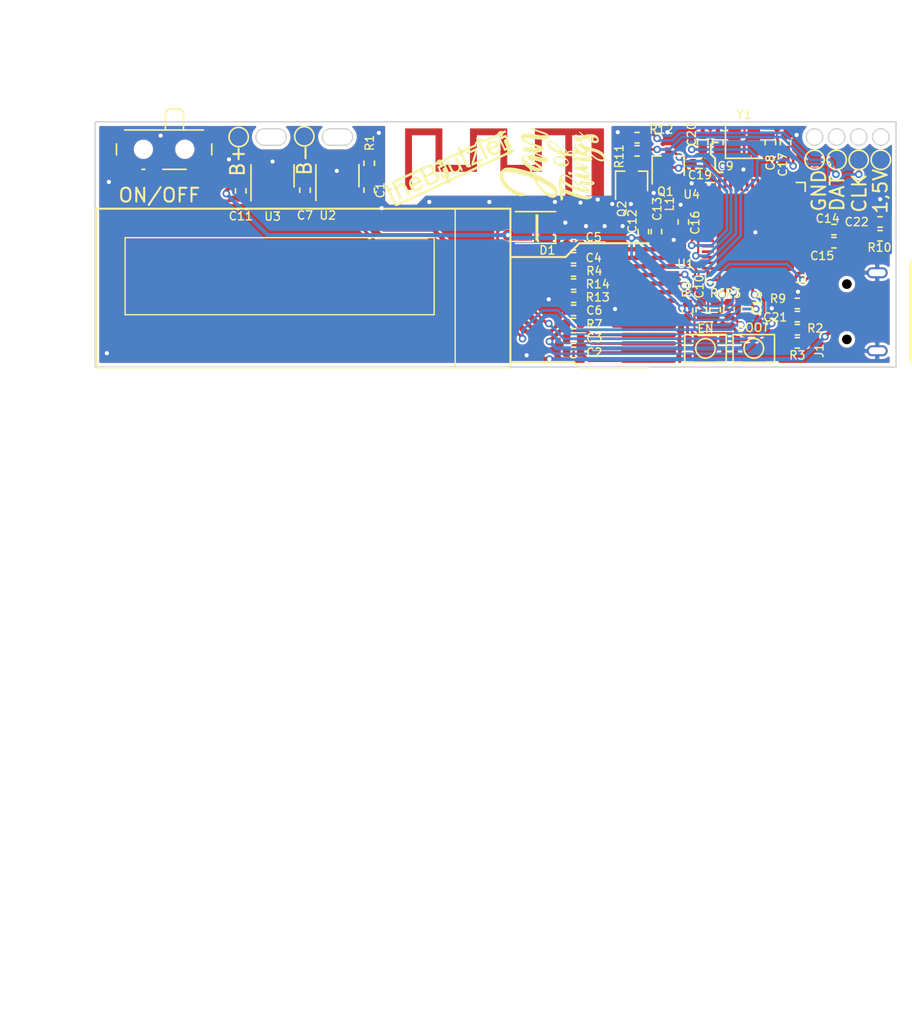
<source format=kicad_pcb>
(kicad_pcb (version 20221018) (generator pcbnew)
  (layers (0 "F.Cu" signal) (31 "B.Cu" signal) (34 "B.Paste" user) (35 "F.Paste" user) (36 "B.SilkS" user "B.Silkscreen") (37 "F.SilkS" user "F.Silkscreen") (38 "B.Mask" user) (39 "F.Mask" user) (44 "Edge.Cuts" user))
  (net 0 "")
  (net 1 "GND")
  (net 2 "Net-(AE1-A)")
  (net 3 "/EN")
  (net 4 "+3V3")
  (net 5 "VDD3P3")
  (net 6 "/IO15")
  (net 7 "/D-")
  (net 8 "/D+")
  (net 9 "/IO2")
  (net 10 "/IO4")
  (net 11 "/IO0")
  (net 12 "/SCL")
  (net 13 "/SDA")
  (net 15 "Net-(U1-C2N)")
  (net 16 "Net-(U1-C2P)")
  (net 17 "Net-(U1-C1N)")
  (net 18 "Net-(U1-C1P)")
  (net 19 "Net-(U1-VCOMH)")
  (net 20 "Net-(U1-VCC)")
  (net 21 "Net-(U1-VDD)")
  (net 22 "Net-(J5-Pin_1)")
  (net 23 "unconnected-(D1-DOUT-Pad1)")
  (net 24 "Net-(Q1-B)")
  (net 25 "Net-(Q2-B)")
  (net 26 "Net-(U1-IREF)")
  (net 27 "/VCC_DISPL")
  (net 28 "Net-(J2-Pin_1)")
  (net 30 "/VBAT")
  (net 31 "/VUSB")
  (net 32 "Net-(J1-D-)")
  (net 33 "Net-(J1-D+)")
  (net 35 "/GPIO9")
  (net 36 "Net-(U4-XTAL_N)")
  (net 37 "Net-(U4-XTAL_P)")
  (net 38 "Net-(U4-VDD_SPI)")
  (net 39 "Net-(C21-Pad1)")
  (net 40 "Net-(J7-Pin_1)")
  (net 41 "Net-(J4-Pin_1)")
  (net 42 "Net-(U4-GPIO21)")
  (footprint "Resistor_SMD:R_0402_1005Metric" (layer "F.Cu") (at 146.7125 78.125)
    (fp_text reference "R14")
    (fp_text value "5K1")
  )
  (footprint "TestPoint:TestPoint_Pad_D1.0mm" (layer "F.Cu") (at 167.3625 69.125)
    (fp_text reference "J4" hide)
    (fp_text value "Conn_01x01")
  )
  (footprint "Resistor_SMD:R_0402_1005Metric" (layer "F.Cu") (at 151.3125 68.475 180)
    (fp_text reference "R11")
    (fp_text value "390K")
  )
  (footprint "TestPoint:TestPoint_Pad_D1.0mm" (layer "F.Cu") (at 127.2125 67.425)
    (fp_text reference "J3" hide)
    (fp_text value "Conn_01x01")
  )
  (footprint "TestPoint:TestPoint_Pad_D1.0mm" (layer "F.Cu") (at 165.7625 69.125)
    (fp_text reference "J5" hide)
    (fp_text value "Conn_01x01")
  )
  (footprint "Resistor_SMD:R_0402_1005Metric" (layer "F.Cu") (at 146.7125 75.275)
    (fp_text reference "C5")
    (fp_text value "1µ")
  )
  (footprint "Resistor_SMD:R_0402_1005Metric" (layer "F.Cu") (at 131.9125 69.375 -90)
    (fp_text reference "R1")
    (fp_text value "390K")
  )
  (footprint "Package_TO_SOT_SMD:TSOT-23-5" (layer "F.Cu") (at 129.6125 70.275 90)
    (fp_text reference "U2")
    (fp_text value "AP7383-41W5-7 TPS70939DBVR")
  )
  (footprint "Resistor_SMD:R_0402_1005Metric" (layer "F.Cu") (at 168.9025 74.625 180)
    (fp_text reference "R10")
    (fp_text value "5K1")
  )
  (footprint "Resistor_SMD:R_0402_1005Metric" (layer "F.Cu") (at 168.902501 73.625)
    (fp_text reference "C22")
    (fp_text value "1µ")
  )
  (footprint "Resistor_SMD:R_0402_1005Metric" (layer "F.Cu") (at 162.9125 80.475 180)
    (fp_text reference "C21")
    (fp_text value "1µ")
  )
  (footprint "Inductor_SMD:L_0402_1005Metric" (layer "F.Cu") (at 153.7125 73.625 90)
    (fp_text reference "L1")
    (fp_text value "2n2")
  )
  (footprint "TestPoint:TestPoint_Pad_D1.0mm" (layer "F.Cu") (at 168.9625 69.125)
    (fp_text reference "J7" hide)
    (fp_text value "Conn_01x01")
  )
  (footprint "Resistor_SMD:R_0402_1005Metric" (layer "F.Cu") (at 165.5625 75.125 180)
    (fp_text reference "C15")
    (fp_text value "100n")
  )
  (footprint "TheBrutzlers_Lib:10118194" (layer "F.Cu") (at 168.7 80.125 90)
    (fp_text reference "J1")
    (fp_text value "USB_B_Micro")
  )
  (footprint "Package_TO_SOT_SMD:SOT-323_SC-70" (layer "F.Cu") (at 153.5625 69.575 90)
    (fp_text reference "Q1")
    (fp_text value "BC817W")
  )
  (footprint "Package_TO_SOT_SMD:SOT-323_SC-70" (layer "F.Cu") (at 150.9125 70.675 90)
    (fp_text reference "Q2")
    (fp_text value "BC817W")
  )
  (footprint "Resistor_SMD:R_0402_1005Metric" (layer "F.Cu") (at 131.9125 71.325 90)
    (fp_text reference "C1")
    (fp_text value "10µ")
  )
  (footprint "Resistor_SMD:R_0402_1005Metric" (layer "F.Cu") (at 162.0625 67.875 -90)
    (fp_text reference "C17")
    (fp_text value "100n")
  )
  (footprint "Resistor_SMD:R_0402_1005Metric" (layer "F.Cu") (at 162.9125 79.525)
    (fp_text reference "R9")
    (fp_text value "5K1")
  )
  (footprint "Resistor_SMD:R_0402_1005Metric" (layer "F.Cu") (at 152.7125 74.325 -90)
    (fp_text reference "C13")
    (fp_text value "100n")
  )
  (footprint "Resistor_SMD:R_0402_1005Metric" (layer "F.Cu") (at 146.7125 77.175 180)
    (fp_text reference "R4")
    (fp_text value "390K")
  )
  (footprint "TestPoint:TestPoint_Pad_D1.0mm" (layer "F.Cu") (at 164.1625 69.125)
    (fp_text reference "J6" hide)
    (fp_text value "Conn_01x01")
  )
  (footprint "TheBrutzlers_Lib:SSD1306_OLED-0.91-128x32" (layer "F.Cu") (at 112.1375 72.6625)
    (fp_text reference "U1")
    (fp_text value "SSD1306")
  )
  (footprint "Package_DFN_QFN:QFN-56-1EP_7x7mm_P0.4mm_EP5.6x5.6mm" (layer "F.Cu") (at 159.875 74.375)
    (fp_text reference "U4")
    (fp_text value "ESP32-S3")
  )
  (footprint "Resistor_SMD:R_0402_1005Metric" (layer "F.Cu") (at 151.7625 74.325 -90)
    (fp_text reference "C12")
    (fp_text value "1µ")
  )
  (footprint "Resistor_SMD:R_0402_1005Metric" (layer "F.Cu") (at 154.9625 80.025 -90)
    (fp_text reference "R8")
    (fp_text value "5K1")
  )
  (footprint "Resistor_SMD:R_0402_1005Metric" (layer "F.Cu") (at 156.0625 67.865001 -90)
    (fp_text reference "C20")
    (fp_text value "1µ")
  )
  (footprint "Resistor_SMD:R_0402_1005Metric" (layer "F.Cu") (at 159.2625 79.934999 90)
    (fp_text reference "C18")
    (fp_text value "100n")
  )
  (footprint "Button_Switch_SMD:SW_SPDT_PCM12" (layer "F.Cu") (at 117.0625 68.695 180)
    (fp_text reference "SW1" hide)
    (fp_text value "SW_DIP_x01")
  )
  (footprint "Resistor_SMD:R_0402_1005Metric" (layer "F.Cu") (at 146.7125 80.975)
    (fp_text reference "R7")
    (fp_text value "22")
  )
  (footprint "TheBrutzlers_Lib:microswitch" (layer "F.Cu") (at 156.2625 82.775 180)
    (fp_text reference "SW2" hide)
    (fp_text value "SW_Push")
  )
  (footprint "Resistor_SMD:R_0402_1005Metric" (layer "F.Cu") (at 160.9625 67.874999 -90)
    (fp_text reference "C8")
    (fp_text value "15p")
  )
  (footprint "Resistor_SMD:R_0402_1005Metric" (layer "F.Cu") (at 146.7125 76.225)
    (fp_text reference "C4")
    (fp_text value "1µ")
  )
  (footprint "Resistor_SMD:R_0402_1005Metric" (layer "F.Cu") (at 146.722499 79.075)
    (fp_text reference "R13")
    (fp_text value "5K1")
  )
  (footprint "RF_Antenna:Texas_SWRA117D_2.4GHz_Left" (layer "F.Cu") (at 146.3625 72)
    (fp_text reference "AE1" hide)
    (fp_text value "Antenna_Shield")
  )
  (footprint "TheBrutzlers_Lib:thebrutzler_10mm_mod" (layer "F.Cu") (at 137.698261 69.645364 25)
    (fp_text reference "G***" hide)
    (fp_text value "LOGO" hide)
  )
  (footprint "Resistor_SMD:R_0402_1005Metric" (layer "F.Cu") (at 154.6625 73.625 90)
    (fp_text reference "C16")
    (fp_text value "100n")
  )
  (footprint "Resistor_SMD:R_0402_1005Metric" (layer "F.Cu") (at 157.9625 79.975 90)
    (fp_text reference "R5")
    (fp_text value "390K")
  )
  (footprint "Resistor_SMD:R_0402_1005Metric" (layer "F.Cu") (at 165.5625 74.175 180)
    (fp_text reference "C14")
    (fp_text value "1µ")
  )
  (footprint "Resistor_SMD:R_0402_1005Metric" (layer "F.Cu") (at 155.9625 79.975 -90)
    (fp_text reference "C10")
    (fp_text value "1µ")
  )
  (footprint "Crystal:Crystal_SMD_2016-4Pin_2.0x1.6mm" (layer "F.Cu") (at 159.0625 67.865)
    (fp_text reference "Y1")
    (fp_text value "40MHz")
  )
  (footprint "TheBrutzlers_Lib:LED_Cree-PLCC4_2x2mm_CCW" (layer "F.Cu") (at 143.9625 74.025 180)
    (fp_text reference "D1")
    (fp_text value "WS2812B_Geaendertes_Symbol")
  )
  (footprint "Resistor_SMD:R_0402_1005Metric" (layer "F.Cu") (at 146.7125 82.025)
    (fp_text reference "C3")
    (fp_text value "10µ")
  )
  (footprint "Resistor_SMD:R_0402_1005Metric" (layer "F.Cu") (at 127.2625 71.325 -90)
    (fp_text reference "C7")
    (fp_text value "10µ")
  )
  (footprint "Resistor_SMD:R_0402_1005Metric" (layer "F.Cu") (at 146.7125 80.025)
    (fp_text reference "C6")
    (fp_text value "1µ")
  )
  (footprint "TestPoint:TestPoint_Pad_D1.0mm" (layer "F.Cu") (at 122.4625 67.475)
    (fp_text reference "J2" hide)
    (fp_text value "Conn_01x01")
  )
  (footprint "Resistor_SMD:R_0402_1005Metric" (layer "F.Cu") (at 157.1625 67.865001 90)
    (fp_text reference "C9")
    (fp_text value "15p")
  )
  (footprint "Resistor_SMD:R_0402_1005Metric" (layer "F.Cu") (at 122.6125 71.375 -90)
    (fp_text reference "C11")
    (fp_text value "10µ")
  )
  (footprint "TheBrutzlers_Lib:microswitch" (layer "F.Cu") (at 159.7625 82.775 180)
    (fp_text reference "SW3" hide)
    (fp_text value "SW_Push")
  )
  (footprint "Resistor_SMD:R_0402_1005Metric" (layer "F.Cu") (at 162.9125 82.375)
    (fp_text reference "R3")
    (fp_text value "22")
  )
  (footprint "Resistor_SMD:R_0402_1005Metric" (layer "F.Cu") (at 156.9625 79.975 -90)
    (fp_text reference "R6")
    (fp_text value "390K")
  )
  (footprint "Package_TO_SOT_SMD:TSOT-23-5" (layer "F.Cu") (at 124.9125 70.2875 90)
    (fp_text reference "U3")
    (fp_text value "LN1134A332MR")
  )
  (footprint "Resistor_SMD:R_0402_1005Metric" (layer "F.Cu") (at 146.7125 83.065001)
    (fp_text reference "C2")
    (fp_text value "10µ")
  )
  (footprint "Resistor_SMD:R_0402_1005Metric" (layer "F.Cu") (at 155.8625 69.375)
    (fp_text reference "C19")
    (fp_text value "100n")
  )
  (footprint "Resistor_SMD:R_0402_1005Metric" (layer "F.Cu") (at 162.9125 81.425)
    (fp_text reference "R2")
    (fp_text value "22")
  )
  (footprint "Resistor_SMD:R_0402_1005Metric" (layer "F.Cu") (at 151.3125 67.525)
    (fp_text reference "R12")
    (fp_text value "390K")
  )
  (footprint "TheBrutzlers_Lib:jan_klein" (layer "F.Cu") (at 144.9125 69.575 90)
    (fp_text reference "G***" hide)
    (fp_text value "LOGO" hide)
  )
  (gr_line (start 156.816141 67.865001) (end 157.1625 67.865001) (stroke (width 0.15)) (layer "F.SilkS"))
  (gr_line (start 156.9625 69.775) (end 156.9625 69.025) (stroke (width 0.15)) (layer "F.SilkS"))
  (gr_line (start 156.6625 68.725) (end 156.6625 68.018642) (stroke (width 0.15)) (layer "F.SilkS"))
  (gr_line (start 156.6625 68.018642) (end 156.816141 67.865001) (stroke (width 0.15)) (layer "F.SilkS"))
  (gr_line (start 156.964516 69.027016) (end 156.660483 68.722983) (stroke (width 0.15)) (layer "F.SilkS"))
  (gr_line (start 157.5125 70.025) (end 157.2125 70.025) (stroke (width 0.15)) (layer "F.SilkS"))
  (gr_line (start 157.2125 70.025) (end 156.9625 69.775) (stroke (width 0.15)) (layer "F.SilkS"))
  (gr_line (start 170.0625 66.375) (end 112.0625 66.375) (stroke (width 0.1)) (layer "Edge.Cuts"))
  (gr_circle (center 167.3625 67.475) (end 167.3625 68.075) (stroke (width 0.1)) (fill none) (layer "Edge.Cuts"))
  (gr_circle (center 168.9625 67.475) (end 168.9625 68.075) (stroke (width 0.1)) (fill none) (layer "Edge.Cuts"))
  (gr_circle (center 164.1625 67.475) (end 164.1625 68.075) (stroke (width 0.1)) (fill none) (layer "Edge.Cuts"))
  (gr_arc (start 125.3125 66.875) (mid 125.9125 67.475) (end 125.3125 68.075) (stroke (width 0.1)) (layer "Edge.Cuts"))
  (gr_line (start 112.0625 84.125) (end 170.0625 84.125) (stroke (width 0.1)) (layer "Edge.Cuts"))
  (gr_line (start 129.1125 66.875) (end 130.1125 66.875) (stroke (width 0.1)) (layer "Edge.Cuts"))
  (gr_arc (start 129.1125 68.075) (mid 128.5125 67.475) (end 129.1125 66.875) (stroke (width 0.1)) (layer "Edge.Cuts"))
  (gr_arc (start 130.1125 66.875) (mid 130.7125 67.475) (end 130.1125 68.075) (stroke (width 0.1)) (layer "Edge.Cuts"))
  (gr_circle (center 165.7625 67.475) (end 165.7625 68.075) (stroke (width 0.1)) (fill none) (layer "Edge.Cuts"))
  (gr_line (start 170.0625 84.125) (end 170.0625 66.375) (stroke (width 0.1)) (layer "Edge.Cuts"))
  (gr_line (start 129.1125 68.075) (end 130.1125 68.075) (stroke (width 0.1)) (layer "Edge.Cuts"))
  (gr_arc (start 124.3125 68.075) (mid 123.7125 67.475) (end 124.3125 66.875) (stroke (width 0.1)) (layer "Edge.Cuts"))
  (gr_line (start 124.3125 66.875) (end 125.3125 66.875) (stroke (width 0.1)) (layer "Edge.Cuts"))
  (gr_line (start 112.0625 66.375) (end 112.0625 84.125) (stroke (width 0.1)) (layer "Edge.Cuts"))
  (gr_line (start 124.3125 68.075) (end 125.3125 68.075) (stroke (width 0.1)) (layer "Edge.Cuts"))
  (gr_text "B-" (at 127.8125 70.35 90) (layer "F.SilkS") (effects (font (size 1 1)) (justify left bottom)))
  (gr_text "CLK" (at 167.9875 73.05 90) (layer "F.SilkS") (effects (font (size 1 1)) (justify left bottom)))
  (gr_text "1,5V" (at 169.5125 73.125 90) (layer "F.SilkS") (effects (font (size 1 1)) (justify left bottom)))
  (gr_text "GND" (at 165.0625 72.975 90) (layer "F.SilkS") (effects (font (size 1 1)) (justify left bottom)))
  (gr_text "BOOT" (at 158.4625 81.625) (layer "F.SilkS") (effects (font (size 0.6 0.6) (thickness 0.1) bold) (justify left bottom)))
  (gr_text "~{EN}" (at 155.6125 81.7) (layer "F.SilkS") (effects (font (size 0.6 0.6) (thickness 0.1) bold) (justify left bottom)))
  (gr_text "B+" (at 122.9625 70.425 90) (layer "F.SilkS") (effects (font (size 1 1)) (justify left bottom)))
  (gr_text "ON/OFF" (at 113.6625 72.275) (layer "F.SilkS") (effects (font (size 1 1)) (justify left bottom)))
  (gr_text "DAT" (at 166.3875 72.95 90) (layer "F.SilkS") (effects (font (size 1 1)) (justify left bottom)))
  (segment (start 149.73 79.9425) (end 152.1375 79.9425) (width 0.2) (layer "F.Cu") (net 1))
  (segment (start 157.1625 67.355001) (end 158.322499 67.355001) (width 0.55) (layer "F.Cu") (net 1))
  (segment (start 156.9625 80.485) (end 157.0025 80.485) (width 0.2) (layer "F.Cu") (net 1))
  (segment (start 157.0025 80.485) (end 157.5125 79.975) (width 0.2) (layer "F.Cu") (net 1))
  (segment (start 158.9725 66.765) (end 158.4225 67.315) (width 0.1) (layer "F.Cu") (net 1))
  (segment (start 154.6625 74.135) (end 154.6625 74.225) (width 0.2) (layer "F.Cu") (net 1))
  (segment (start 154.6625 74.225) (end 153.9625 74.925) (width 0.2) (layer "F.Cu") (net 1))
  (segment (start 161.4325 67.914999) (end 161.4325 67.111948) (width 0.1) (layer "F.Cu") (net 1))
  (segment (start 162.4025 80.475) (end 162.8625 80.475) (width 0.2) (layer "F.Cu") (net 1))
  (segment (start 160.9625 68.384999) (end 161.4325 67.914999) (width 0.1) (layer "F.Cu") (net 1))
  (segment (start 162.9125 80.475) (end 162.9125 80.925) (width 0.2) (layer "F.Cu") (net 1))
  (segment (start 160.9625 68.384999) (end 159.792501 68.384999) (width 0.55) (layer "F.Cu") (net 1))
  (segment (start 162.4025 80.475) (end 162.9125 80.475) (width 0.2) (layer "F.Cu") (net 1))
  (segment (start 158.4225 67.315) (end 158.3625 67.315) (width 0.1) (layer "F.Cu") (net 1))
  (segment (start 158.322499 67.355001) (end 158.3625 67.315) (width 0.2) (layer "F.Cu") (net 1))
  (segment (start 161.085552 66.765) (end 158.9725 66.765) (width 0.1) (layer "F.Cu") (net 1))
  (segment (start 149.7125 79.925) (end 149.73 79.9425) (width 0.2) (layer "F.Cu") (net 1))
  (segment (start 162.8625 80.475) (end 162.9525 80.385) (width 0.2) (layer "F.Cu") (net 1))
  (segment (start 159.792501 68.384999) (end 159.7625 68.415) (width 0.2) (layer "F.Cu") (net 1))
  (segment (start 161.4325 67.111948) (end 161.085552 66.765) (width 0.1) (layer "F.Cu") (net 1))
  (segment (start 162.9525 78.685) (end 162.9625 78.675) (width 0.2) (layer "F.Cu") (net 1))
  (segment (start 162.9525 80.385) (end 162.9525 78.685) (width 0.2) (layer "F.Cu") (net 1))
  (via (at 157.5125 69.575) (size 0.55) (drill 0.3) (layers "F.Cu" "B.Cu") (net 1))
  (via (at 112.9125 83.125) (size 0.55) (drill 0.3) (layers "F.Cu" "B.Cu") (net 1))
  (via (at 144.9125 79.225) (size 0.55) (drill 0.3) (layers "F.Cu" "B.Cu") (net 1))
  (via (at 156.5125 70.875) (size 0.55) (drill 0.3) (layers "F.Cu" "B.Cu") (net 1))
  (via (at 129.5625 69.925) (size 0.55) (drill 0.3) (layers "F.Cu" "B.Cu") (net 1))
  (via (at 149.9125 67.125) (size 0.55) (drill 0.3) (layers "F.Cu" "B.Cu") (net 1))
  (via (at 162.9625 78.675) (size 0.55) (drill 0.3) (layers "F.Cu" "B.Cu") (net 1))
  (via (at 132.6125 67.175) (size 0.55) (drill 0.3) (layers "F.Cu" "B.Cu") (net 1))
  (via (at 149.5125 72.325) (size 0.55) (drill 0.3) (layers "F.Cu" "B.Cu") (net 1))
  (via (at 161.0625 79.875) (size 0.55) (drill 0.3) (layers "F.Cu" "B.Cu") (net 1))
  (via (at 148.9625 73.925) (size 0.55) (drill 0.3) (layers "F.Cu" "B.Cu") (net 1))
  (via (at 147.6125 73.925) (size 0.55) (drill 0.3) (layers "F.Cu" "B.Cu") (net 1))
  (via (at 155.2625 70.825) (size 0.55) (drill 0.3) (layers "F.Cu" "B.Cu") (net 1))
  (via (at 154.4625 72.375) (size 0.55) (drill 0.3) (layers "F.Cu" "B.Cu") (net 1))
  (via (at 124.9125 69.25) (size 0.55) (drill 0.3) (layers "F.Cu" "B.Cu") (net 1))
  (via (at 121.7625 69.1) (size 0.55) (drill 0.3) (layers "F.Cu" "B.Cu") (net 1))
  (via (at 145.3625 72.175) (size 0.55) (drill 0.3) (layers "F.Cu" "B.Cu") (net 1))
  (via (at 150.2625 73.925) (size 0.55) (drill 0.3) (layers "F.Cu" "B.Cu") (net 1))
  (via (at 159.875 74.375) (size 0.55) (drill 0.3) (layers "F.Cu" "B.Cu") (net 1))
  (via (at 168.9125 71.975) (size 0.55) (drill 0.3) (layers "F.Cu" "B.Cu") (net 1))
  (via (at 146.1125 73.675) (size 0.55) (drill 0.3) (layers "F.Cu" "B.Cu") (net 1))
  (via (at 153.9625 74.925) (size 0.55) (drill 0.3) (layers "F.Cu" "B.Cu") (net 1))
  (via (at 150.8625 72.325) (size 0.55) (drill 0.3) (layers "F.Cu" "B.Cu") (net 1))
  (via (at 153.5125 67.125) (size 0.55) (drill 0.3) (layers "F.Cu" "B.Cu") (net 1))
  (via (at 149.7125 79.925) (size 0.55) (drill 0.3) (layers "F.Cu" "B.Cu") (net 1))
  (via (at 159.0125 69.825) (size 0.55) (drill 0.3) (layers "F.Cu" "B.Cu") (net 1))
  (via (at 136.2625 72.175) (size 0.55) (drill 0.3) (layers "F.Cu" "B.Cu") (net 1))
  (via (at 116.8125 67.375) (size 0.55) (drill 0.3) (layers "F.Cu" "B.Cu") (net 1))
  (via (at 162.8625 67.325) (size 0.55) (drill 0.3) (layers "F.Cu" "B.Cu") (net 1))
  (via (at 140.6125 72.175) (size 0.55) (drill 0.3) (layers "F.Cu" "B.Cu") (net 1))
  (via (at 143.3125 83.275) (size 0.55) (drill 0.3) (layers "F.Cu" "B.Cu") (net 1))
  (via (at 152.5125 71.525) (size 0.55) (drill 0.3) (layers "F.Cu" "B.Cu") (net 1))
  (via (at 147.2125 72.225) (size 0.55) (drill 0.3) (layers "F.Cu" "B.Cu") (net 1))
  (via (at 113.0625 70.725) (size 0.55) (drill 0.3) (layers "F.Cu" "B.Cu") (net 1))
  (via (at 132.8125 72.625) (size 0.55) (drill 0.3) (layers "F.Cu" "B.Cu") (net 1))
  (segment (start 156.5832 71.5043) (end 156.747844 71.668944) (width 0.16) (layer "F.Cu") (net 2))
  (segment (start 156.4332 71.4543) (end 156.46249 71.4543) (width 0.1) (layer "F.Cu") (net 2))
  (segment (start 154.016044 71.625) (end 156.4625 71.625) (width 0.5) (layer "F.Cu") (net 2))
  (segment (start 147.166053 73.125) (end 151.312462 73.125) (width 0.5) (layer "F.Cu") (net 2))
  (segment (start 156.4375 71.775) (end 156.174632 71.775) (width 0.1) (layer "F.Cu") (net 2))
  (segment (start 152.59283 72.59467) (end 153.241796 71.945704) (width 0.5) (layer "F.Cu") (net 2))
  (segment (start 146.3625 72) (end 146.3625 72.392158) (width 0.5) (layer "F.Cu") (net 2))
  (arc (start 151.312462 73.125) (mid 152.005393 72.98717) (end 152.59283 72.59467) (width 0.5) (layer "F.Cu") (net 2))
  (arc (start 153.241796 71.945704) (mid 153.597023 71.708349) (end 154.016044 71.625) (width 0.5) (layer "F.Cu") (net 2))
  (arc (start 156.46249 71.4543) (mid 156.527817 71.467295) (end 156.5832 71.5043) (width 0.16) (layer "F.Cu") (net 2))
  (arc (start 146.3625 72.392158) (mid 146.414478 72.653471) (end 146.5625 72.875) (width 0.5) (layer "F.Cu") (net 2))
  (arc (start 146.5625 72.875) (mid 146.839413 73.060027) (end 147.166053 73.125) (width 0.5) (layer "F.Cu") (net 2))
  (arc (start 156.747844 71.668944) (mid 156.774011 71.708105) (end 156.7832 71.7543) (width 0.16) (layer "F.Cu") (net 2))
  (segment (start 154.5375 76.375306) (end 154.5375 75.018406) (width 0.15) (layer "F.Cu") (net 3))
  (segment (start 155.2125 78.675) (end 155.4125 78.475) (width 0.2) (layer "F.Cu") (net 3))
  (segment (start 155.2625 73.794302) (end 156.081802 72.975) (width 0.15) (layer "F.Cu") (net 3))
  (segment (start 155.286262 79.985) (end 155.806262 79.465) (width 0.2) (layer "F.Cu") (net 3))
  (segment (start 154.885 78.7525) (end 154.9625 78.675) (width 0.2) (layer "F.Cu") (net 3))
  (segment (start 155.806262 79.465) (end 155.9625 79.465) (width 0.2) (layer "F.Cu") (net 3))
  (segment (start 155.5125 78.375) (end 155.5125 77.350306) (width 0.15) (layer "F.Cu") (net 3))
  (segment (start 156.081802 72.975) (end 156.4375 72.975) (width 0.15) (layer "F.Cu") (net 3))
  (segment (start 155.1125 82.125) (end 155.1125 82.175) (width 0.2) (layer "F.Cu") (net 3))
  (segment (start 155.2625 74.293406) (end 155.2625 73.794302) (width 0.15) (layer "F.Cu") (net 3))
  (segment (start 152.1875 78.7525) (end 154.885 78.7525) (width 0.2) (layer "F.Cu") (net 3))
  (segment (start 154.5375 75.018406) (end 155.2625 74.293406) (width 0.15) (layer "F.Cu") (net 3))
  (segment (start 154.9625 80.535) (end 154.9625 80.275) (width 0.2) (layer "F.Cu") (net 3))
  (segment (start 155.4125 78.609923) (end 155.927577 79.125) (width 0.2) (layer "F.Cu") (net 3))
  (segment (start 154.9625 80.535) (end 154.9625 82.025) (width 0.2) (layer "F.Cu") (net 3))
  (segment (start 155.9625 79.125) (end 155.9625 79.465) (width 0.2) (layer "F.Cu") (net 3))
  (segment (start 154.9625 82.025) (end 155.1125 82.175) (width 0.2) (layer "F.Cu") (net 3))
  (segment (start 154.9625 78.675) (end 155.2125 78.675) (width 0.2) (layer "F.Cu") (net 3))
  (segment (start 155.4125 78.475) (end 155.5125 78.375) (width 0.15) (layer "F.Cu") (net 3))
  (segment (start 155.5125 77.350306) (end 154.5375 76.375306) (width 0.15) (layer "F.Cu") (net 3))
  (segment (start 155.927577 79.125) (end 155.9625 79.125) (width 0.2) (layer "F.Cu") (net 3))
  (segment (start 154.9625 80.275) (end 155.2525 79.985) (width 0.2) (layer "F.Cu") (net 3))
  (segment (start 155.2525 79.985) (end 155.286262 79.985) (width 0.2) (layer "F.Cu") (net 3))
  (segment (start 155.4125 78.475) (end 155.4125 78.609923) (width 0.2) (layer "F.Cu") (net 3))
  (segment (start 161.275 69.1725) (end 162.0625 68.385) (width 0.2) (layer "F.Cu") (net 4))
  (segment (start 122.6125 69.825) (end 123.2875 69.15) (width 0.3) (layer "F.Cu") (net 4))
  (segment (start 162.1225 68.385) (end 162.0625 68.385) (width 0.2) (layer "F.Cu") (net 4))
  (segment (start 153.7125 74.11) (end 153.3875 74.11) (width 0.2) (layer "F.Cu") (net 4))
  (segment (start 159.412499 79.424999) (end 159.9125 79.925) (width 0.2) (layer "F.Cu") (net 4))
  (segment (start 156.0625 68.375001) (end 155.262501 68.375001) (width 0.2) (layer "F.Cu") (net 4))
  (segment (start 162.6125 68.875) (end 162.1225 68.385) (width 0.2) (layer "F.Cu") (net 4))
  (segment (start 123.2875 69.15) (end 123.9625 69.15) (width 0.3) (layer "F.Cu") (net 4))
  (segment (start 152.7125 74.785) (end 151.7625 74.785) (width 0.2) (layer "F.Cu") (net 4))
  (segment (start 122.6125 70.865) (end 122.6125 69.825) (width 0.3) (layer "F.Cu") (net 4))
  (segment (start 121.5625 71.575) (end 121.5625 71.375) (width 0.3) (layer "F.Cu") (net 4))
  (segment (start 157.275 70.9375) (end 157.275 70.2775) (width 0.2) (layer "F.Cu") (net 4))
  (segment (start 151.7625 74.785) (end 150.9225 74.785) (width 0.2) (layer "F.Cu") (net 4))
  (segment (start 156.0625 68.375001) (end 156.0625 69.065) (width 0.2) (layer "F.Cu") (net 4))
  (segment (start 157.675 70.9375) (end 157.675 70.3375) (width 0.2) (layer "F.Cu") (net 4))
  (segment (start 154.9625 79.515) (end 154.9225 79.515) (width 0.2) (layer "F.Cu") (net 4))
  (segment (start 161.275 70.9375) (end 161.275 69.1725) (width 0.2) (layer "F.Cu") (net 4))
  (segment (start 155.262501 68.375001) (end 155.2625 68.375) (width 0.2) (layer "F.Cu") (net 4))
  (segment (start 159.275 77.8125) (end 159.275 79.412499) (width 0.2) (layer "F.Cu") (net 4))
  (segment (start 159.275 79.412499) (end 159.2625 79.424999) (width 0.2) (layer "F.Cu") (net 4))
  (segment (start 143.2125 74.575) (end 141.9625 74.575) (width 0.8) (layer "F.Cu") (net 4))
  (segment (start 122.0725 70.865) (end 122.6125 70.865) (width 0.3) (layer "F.Cu") (net 4))
  (segment (start 157.1225 70.125) (end 156.3725 69.375) (width 0.2) (layer "F.Cu") (net 4))
  (segment (start 150.9225 74.785) (end 150.9125 74.775) (width 0.2) (layer "F.Cu") (net 4))
  (segment (start 157.675 70.3375) (end 157.6125 70.275) (width 0.2) (layer "F.Cu") (net 4))
  (segment (start 157.2725 70.275) (end 157.1225 70.125) (width 0.2) (layer "F.Cu") (net 4))
  (segment (start 121.5625 71.375) (end 122.0725 70.865) (width 0.3) (layer "F.Cu") (net 4))
  (segment (start 153.3875 74.11) (end 152.7125 74.785) (width 0.2) (layer "F.Cu") (net 4))
  (segment (start 162.6125 69.575) (end 162.6125 68.875) (width 0.2) (layer "F.Cu") (net 4))
  (segment (start 154.9225 79.515) (end 154.5625 79.875) (width 0.2) (layer "F.Cu") (net 4))
  (segment (start 157.275 70.2775) (end 157.1225 70.125) (width 0.2) (layer "F.Cu") (net 4))
  (segment (start 156.0625 69.065) (end 156.3725 69.375) (width 0.2) (layer "F.Cu") (net 4))
  (segment (start 159.2625 79.424999) (end 159.412499 79.424999) (width 0.2) (layer "F.Cu") (net 4))
  (segment (start 157.6125 70.275) (end 157.2725 70.275) (width 0.2) (layer "F.Cu") (net 4))
  (via (at 150.9125 74.775) (size 0.55) (drill 0.3) (layers "F.Cu" "B.Cu") (net 4))
  (via (at 159.9125 79.925) (size 0.55) (drill 0.3) (layers "F.Cu" "B.Cu") (net 4))
  (via (at 155.2625 68.375) (size 0.55) (drill 0.3) (layers "F.Cu" "B.Cu") (net 4))
  (via (at 121.5625 71.575) (size 0.55) (drill 0.3) (layers "F.Cu" "B.Cu") (net 4))
  (via (at 162.6125 69.575) (size 0.55) (drill 0.3) (layers "F.Cu" "B.Cu") (net 4))
  (via (at 141.9625 74.575) (size 0.55) (drill 0.3) (layers "F.Cu" "B.Cu") (net 4))
  (via (at 154.5625 79.875) (size 0.55) (drill 0.3) (layers "F.Cu" "B.Cu") (net 4))
  (segment (start 162.1625 69.125) (end 160.0125 69.125) (width 0.2) (layer "B.Cu") (net 4))
  (segment (start 158.6625 79.925) (end 157.8625 80.725) (width 0.2) (layer "B.Cu") (net 4))
  (segment (start 153.5125 76.925) (end 155.0625 76.925) (width 0.2) (layer "B.Cu") (net 4))
  (segment (start 142.1625 74.775) (end 141.9625 74.575) (width 0.3) (layer "B.Cu") (net 4))
  (segment (start 154.5625 79.875) (end 150.9125 76.225) (width 0.2) (layer "B.Cu") (net 4))
  (segment (start 155.4125 80.725) (end 154.5625 79.875) (width 0.2) (layer "B.Cu") (net 4))
  (segment (start 160.0125 68.975) (end 160.0125 69.125) (width 0.2) (layer "B.Cu") (net 4))
  (segment (start 155.0625 76.925) (end 155.3625 77.225) (width 0.2) (layer "B.Cu") (net 4))
  (segment (start 124.5625 74.575) (end 121.5625 71.575) (width 0.3) (layer "B.Cu") (net 4))
  (segment (start 150.9125 76.225) (end 150.9125 74.775) (width 0.2) (layer "B.Cu") (net 4))
  (segment (start 159.4125 68.375) (end 160.0125 68.975) (width 0.2) (layer "B.Cu") (net 4))
  (segment (start 162.6125 69.575) (end 162.1625 69.125) (width 0.2) (layer "B.Cu") (net 4))
  (segment (start 158.8125 71.625) (end 160.0125 70.425) (width 0.2) (layer "B.Cu") (net 4))
  (segment (start 159.9125 79.925) (end 158.6625 79.925) (width 0.2) (layer "B.Cu") (net 4))
  (segment (start 141.9625 74.575) (end 124.5625 74.575) (width 0.3) (layer "B.Cu") (net 4))
  (segment (start 155.2625 68.375) (end 159.4125 68.375) (width 0.2) (layer "B.Cu") (net 4))
  (segment (start 156.2125 77.225) (end 158.8125 74.625) (width 0.2) (layer "B.Cu") (net 4))
  (segment (start 150.9125 74.775) (end 151.3625 74.775) (width 0.2) (layer "B.Cu") (net 4))
  (segment (start 160.0125 70.425) (end 160.0125 69.125) (width 0.2) (layer "B.Cu") (net 4))
  (segment (start 150.9125 74.775) (end 142.1625 74.775) (width 0.3) (layer "B.Cu") (net 4))
  (segment (start 151.3625 74.775) (end 153.5125 76.925) (width 0.2) (layer "B.Cu") (net 4))
  (segment (start 157.8625 80.725) (end 155.4125 80.725) (width 0.2) (layer "B.Cu") (net 4))
  (segment (start 158.8125 74.625) (end 158.8125 71.625) (width 0.2) (layer "B.Cu") (net 4))
  (segment (start 155.3625 77.225) (end 156.2125 77.225) (width 0.2) (layer "B.Cu") (net 4))
  (segment (start 156.4375 72.175) (end 155.6025 72.175) (width 0.2) (layer "F.Cu") (net 5))
  (segment (start 156.4375 72.575) (end 155.5125 72.575) (width 0.2) (layer "F.Cu") (net 5))
  (segment (start 155.6025 72.175) (end 154.6625 73.115) (width 0.2) (layer "F.Cu") (net 5))
  (segment (start 155.5125 72.575) (end 155.3575 72.42) (width 0.2) (layer "F.Cu") (net 5))
  (segment (start 153.7375 73.115) (end 153.7125 73.14) (width 0.2) (layer "F.Cu") (net 5))
  (segment (start 154.6625 73.115) (end 153.7375 73.115) (width 0.2) (layer "F.Cu") (net 5))
  (segment (start 141.2125 74.325) (end 142.0625 73.475) (width 0.2) (layer "F.Cu") (net 6))
  (segment (start 142.0625 73.475) (end 143.2125 73.475) (width 0.8) (layer "F.Cu") (net 6))
  (segment (start 144.7625 80.975) (end 141.2125 77.425) (width 0.2) (layer "F.Cu") (net 6))
  (segment (start 159.675 77.8125) (end 159.675 78.7375) (width 0.2) (layer "F.Cu") (net 6))
  (segment (start 144.9125 80.975) (end 144.7625 80.975) (width 0.2) (layer "F.Cu") (net 6))
  (segment (start 159.675 78.7375) (end 159.8125 78.875) (width 0.2) (layer "F.Cu") (net 6))
  (segment (start 141.2125 77.425) (end 141.2125 74.325) (width 0.2) (layer "F.Cu") (net 6))
  (via (at 159.8125 78.875) (size 0.55) (drill 0.3) (layers "F.Cu" "B.Cu") (net 6))
  (via (at 144.9125 80.975) (size 0.55) (drill 0.3) (layers "F.Cu" "B.Cu") (net 6))
  (segment (start 146.0125 82.075) (end 159.1125 82.075) (width 0.2) (layer "B.Cu") (net 6))
  (segment (start 144.9125 80.975) (end 146.0125 82.075) (width 0.2) (layer "B.Cu") (net 6))
  (segment (start 160.4125 79.475) (end 159.8125 78.875) (width 0.2) (layer "B.Cu") (net 6))
  (segment (start 160.4125 80.375) (end 160.4125 79.475) (width 0.2) (layer "B.Cu") (net 6))
  (segment (start 159.1125 82.075) (end 159.9125 81.275) (width 0.2) (layer "B.Cu") (net 6))
  (segment (start 159.9125 81.275) (end 159.9125 80.875) (width 0.2) (layer "B.Cu") (net 6))
  (segment (start 159.9125 80.875) (end 160.4125 80.375) (width 0.2) (layer "B.Cu") (net 6))
  (segment (start 161.275 79.246028) (end 161.6325 79.603528) (width 0.2) (layer "F.Cu") (net 7))
  (segment (start 161.9325 81.379264) (end 161.9325 81.748762) (width 0.2) (layer "F.Cu") (net 7))
  (segment (start 161.6325 81.079264) (end 161.9325 81.379264) (width 0.2) (layer "F.Cu") (net 7))
  (segment (start 162.4025 82.165) (end 162.4025 82.375) (width 0.2) (layer "F.Cu") (net 7))
  (segment (start 161.9325 81.748762) (end 162.128738 81.945) (width 0.2) (layer "F.Cu") (net 7))
  (segment (start 162.1825 81.945) (end 162.4025 82.165) (width 0.2) (layer "F.Cu") (net 7))
  (segment (start 162.128738 81.945) (end 162.1825 81.945) (width 0.2) (layer "F.Cu") (net 7))
  (segment (start 161.6325 79.603528) (end 161.6325 81.079264) (width 0.2) (layer "F.Cu") (net 7))
  (segment (start 161.275 77.8125) (end 161.275 79.246028) (width 0.2) (layer "F.Cu") (net 7))
  (segment (start 161.675 79.221764) (end 161.9325 79.479264) (width 0.2) (layer "F.Cu") (net 8))
  (segment (start 161.9325 80.955) (end 162.4025 81.425) (width 0.2) (layer "F.Cu") (net 8))
  (segment (start 161.675 77.8125) (end 161.675 79.221764) (width 0.2) (layer "F.Cu") (net 8))
  (segment (start 161.9325 79.479264) (end 161.9325 80.955) (width 0.2) (layer "F.Cu") (net 8))
  (segment (start 155.2625 75.325) (end 155.2625 75.000514) (width 0.15) (layer "F.Cu") (net 9))
  (segment (start 155.7625 74.500514) (end 155.7625 74.225) (width 0.15) (layer "F.Cu") (net 9))
  (segment (start 155.2625 75.000514) (end 155.7625 74.500514) (width 0.15) (layer "F.Cu") (net 9))
  (segment (start 155.7625 74.225) (end 155.8125 74.175) (width 0.15) (layer "F.Cu") (net 9))
  (segment (start 150.9125 69.675) (end 154.2625 69.675) (width 0.2) (layer "F.Cu") (net 9))
  (segment (start 154.2625 69.675) (end 154.3125 69.725) (width 0.2) (layer "F.Cu") (net 9))
  (segment (start 155.8125 74.175) (end 156.4375 74.175) (width 0.15) (layer "F.Cu") (net 9))
  (via (at 155.2625 75.325) (size 0.55) (drill 0.3) (layers "F.Cu" "B.Cu") (net 9))
  (via (at 154.3125 69.725) (size 0.55) (drill 0.3) (layers "F.Cu" "B.Cu") (net 9))
  (segment (start 157.8125 71.399264) (end 155.988236 69.575) (width 0.2) (layer "B.Cu") (net 9))
  (segment (start 155.2625 75.325) (end 156.7125 75.325) (width 0.2) (layer "B.Cu") (net 9))
  (segment (start 156.7125 75.325) (end 157.8125 74.225) (width 0.2) (layer "B.Cu") (net 9))
  (segment (start 154.4625 69.575) (end 154.3125 69.725) (width 0.2) (layer "B.Cu") (net 9))
  (segment (start 157.8125 74.225) (end 157.8125 71.399264) (width 0.2) (layer "B.Cu") (net 9))
  (segment (start 155.988236 69.575) (end 154.4625 69.575) (width 0.2) (layer "B.Cu") (net 9))
  (segment (start 153.5625 68.575) (end 154.0125 68.575) (width 0.2) (layer "F.Cu") (net 10))
  (segment (start 155.7375 75.821752) (end 155.7375 75.1) (width 0.15) (layer "F.Cu") (net 10))
  (segment (start 154.0125 68.575) (end 154.3625 68.925) (width 0.2) (layer "F.Cu") (net 10))
  (segment (start 155.7375 75.1) (end 155.8625 74.975) (width 0.15) (layer "F.Cu") (net 10))
  (segment (start 155.5625 76.075) (end 155.5625 75.996752) (width 0.15) (layer "F.Cu") (net 10))
  (segment (start 155.8625 74.975) (end 156.4375 74.975) (width 0.15) (layer "F.Cu") (net 10))
  (segment (start 155.5625 75.996752) (end 155.7375 75.821752) (width 0.15) (layer "F.Cu") (net 10))
  (via (at 154.3625 68.925) (size 0.55) (drill 0.3) (layers "F.Cu" "B.Cu") (net 10))
  (via (at 155.5625 76.075) (size 0.55) (drill 0.3) (layers "F.Cu" "B.Cu") (net 10))
  (segment (start 155.5625 76.075) (end 156.386764 76.075) (width 0.2) (layer "B.Cu") (net 10))
  (segment (start 156.0625 69.225) (end 154.6625 69.225) (width 0.2) (layer "B.Cu") (net 10))
  (segment (start 156.386764 76.075) (end 158.1125 74.349264) (width 0.2) (layer "B.Cu") (net 10))
  (segment (start 158.1125 71.275) (end 156.0625 69.225) (width 0.2) (layer "B.Cu") (net 10))
  (segment (start 154.6625 69.225) (end 154.3625 68.925) (width 0.2) (layer "B.Cu") (net 10))
  (segment (start 158.1125 74.349264) (end 158.1125 71.275) (width 0.2) (layer "B.Cu") (net 10))
  (segment (start 161.2625 82.175) (end 158.6625 82.175) (width 0.2) (layer "F.Cu") (net 11))
  (segment (start 156.4625 79.853406) (end 156.275906 80.04) (width 0.15) (layer "F.Cu") (net 11))
  (segment (start 155.5125 74.39696) (end 154.7875 75.12196) (width 0.15) (layer "F.Cu") (net 11))
  (segment (start 155.8125 81.675) (end 158.1625 81.675) (width 0.15) (layer "F.Cu") (net 11))
  (segment (start 155.4625 81.325) (end 155.8125 81.675) (width 0.15) (layer "F.Cu") (net 11))
  (segment (start 155.7625 77.246752) (end 155.7625 78.571015) (width 0.15) (layer "F.Cu") (net 11))
  (segment (start 155.6475 80.04) (end 155.4625 80.225) (width 0.15) (layer "F.Cu") (net 11))
  (segment (start 155.4625 80.225) (end 155.4625 81.325) (width 0.15) (layer "F.Cu") (net 11))
  (segment (start 156.275906 80.04) (end 155.6475 80.04) (width 0.15) (layer "F.Cu") (net 11))
  (segment (start 156.4375 73.375) (end 156.081802 73.375) (width 0.15) (layer "F.Cu") (net 11))
  (segment (start 155.5125 73.944302) (end 155.5125 74.39696) (width 0.15) (layer "F.Cu") (net 11))
  (segment (start 156.081802 73.375) (end 155.5125 73.944302) (width 0.15) (layer "F.Cu") (net 11))
  (segment (start 154.7875 75.12196) (end 154.7875 76.271752) (width 0.15) (layer "F.Cu") (net 11))
  (segment (start 154.7875 76.271752) (end 155.7625 77.246752) (width 0.15) (layer "F.Cu") (net 11))
  (segment (start 158.1625 81.675) (end 158.6625 82.175) (width 0.15) (layer "F.Cu") (net 11))
  (segment (start 155.7625 78.571015) (end 156.041485 78.85) (width 0.15) (layer "F.Cu") (net 11))
  (segment (start 156.4625 78.975) (end 156.4625 79.853406) (width 0.15) (layer "F.Cu") (net 11))
  (segment (start 156.3375 78.85) (end 156.4625 78.975) (width 0.15) (layer "F.Cu") (net 11))
  (segment (start 156.041485 78.85) (end 156.3375 78.85) (width 0.15) (layer "F.Cu") (net 11))
  (segment (start 148.2625 79.075) (end 147.232499 79.075) (width 0.2) (layer "F.Cu") (net 12))
  (segment (start 149.255 78.0825) (end 148.2625 79.075) (width 0.2) (layer "F.Cu") (net 12))
  (segment (start 152.1875 78.1325) (end 152.1375 78.0825) (width 0.2) (layer "F.Cu") (net 12))
  (segment (start 158.075 78.5375) (end 158.075 77.8125) (width 0.2) (layer "F.Cu") (net 12))
  (segment (start 152.1375 78.0825) (end 154.57 78.0825) (width 0.2) (layer "F.Cu") (net 12))
  (segment (start 158.2625 78.725) (end 158.075 78.5375) (width 0.2) (layer "F.Cu") (net 12))
  (segment (start 154.57 78.0825) (end 154.7125 78.225) (width 0.2) (layer "F.Cu") (net 12))
  (segment (start 152.1375 78.0825) (end 149.255 78.0825) (width 0.2) (layer "F.Cu") (net 12))
  (via (at 154.7125 78.225) (size 0.55) (drill 0.3) (layers "F.Cu" "B.Cu") (net 12))
  (via (at 158.2625 78.725) (size 0.55) (drill 0.3) (layers "F.Cu" "B.Cu") (net 12))
  (segment (start 154.7125 78.225) (end 154.7125 78.549264) (width 0.2) (layer "B.Cu") (net 12))
  (segment (start 157.5625 80.025) (end 158.2625 79.325) (width 0.2) (layer "B.Cu") (net 12))
  (segment (start 154.7125 78.549264) (end 156.188236 80.025) (width 0.2) (layer "B.Cu") (net 12))
  (segment (start 158.2625 79.325) (end 158.2625 78.725) (width 0.2) (layer "B.Cu") (net 12))
  (segment (start 156.188236 80.025) (end 157.5625 80.025) (width 0.2) (layer "B.Cu") (net 12))
  (segment (start 149.025 77.4625) (end 152.1375 77.4625) (width 0.2) (layer "F.Cu") (net 13))
  (segment (start 148.7375 77.75) (end 148.3625 78.125) (width 0.2) (layer "F.Cu") (net 13))
  (segment (start 148.7375 77.75) (end 149.025 77.4625) (width 0.2) (layer "F.Cu") (net 13))
  (segment (start 157.675 77.8125) (end 157.675 78.6625) (width 0.2) (layer "F.Cu") (net 13))
  (segment (start 154.7625 77.425) (end 154.725 77.4625) (width 0.2) (layer "F.Cu") (net 13))
  (segment (start 154.725 77.4625) (end 152.1375 77.4625) (width 0.2) (layer "F.Cu") (net 13))
  (segment (start 157.675 78.6625) (end 157.4625 78.875) (width 0.2) (layer "F.Cu") (net 13))
  (segment (start 148.3625 78.125) (end 147.2225 78.125) (width 0.2) (layer "F.Cu") (net 13))
  (via (at 157.4625 78.875) (size 0.55) (drill 0.3) (layers "F.Cu" "B.Cu") (net 13))
  (via (at 154.7625 77.425) (size 0.55) (drill 0.3) (layers "F.Cu" "B.Cu") (net 13))
  (segment (start 155.2125 78.625) (end 156.3125 79.725) (width 0.2) (layer "B.Cu") (net 13))
  (segment (start 154.7625 77.425) (end 155.2125 77.875) (width 0.2) (layer "B.Cu") (net 13))
  (segment (start 157.3125 79.725) (end 157.4625 79.575) (width 0.2) (layer "B.Cu") (net 13))
  (segment (start 156.3125 79.725) (end 157.3125 79.725) (width 0.2) (layer "B.Cu") (net 13))
  (segment (start 157.4625 79.575) (end 157.4625 78.875) (width 0.2) (layer "B.Cu") (net 13))
  (segment (start 155.2125 77.875) (end 155.2125 78.625) (width 0.2) (layer "B.Cu") (net 13))
  (segment (start 152.17 83.075) (end 152.1875 83.0925) (width 0.2) (layer "F.Cu") (net 15))
  (segment (start 147.496262 82.545001) (end 148.02626 83.075) (width 0.2) (layer "F.Cu") (net 15))
  (segment (start 148.02626 83.075) (end 152.17 83.075) (width 0.2) (layer "F.Cu") (net 15))
  (segment (start 146.2025 83.065001) (end 146.7225 82.545001) (width 0.2) (layer "F.Cu") (net 15))
  (segment (start 146.7225 82.545001) (end 147.496262 82.545001) (width 0.2) (layer "F.Cu") (net 15))
  (segment (start 147.2225 83.065001) (end 147.819999 83.6625) (width 0.2) (layer "F.Cu") (net 16))
  (segment (start 147.819999 83.6625) (end 152.1375 83.6625) (width 0.2) (layer "F.Cu") (net 16))
  (segment (start 152.1375 83.6625) (end 152.1875 83.7125) (width 0.2) (layer "F.Cu") (net 16))
  (segment (start 152.1875 81.8525) (end 152.1375 81.8025) (width 0.2) (layer "F.Cu") (net 17))
  (segment (start 152.1375 81.8025) (end 147.94 81.8025) (width 0.2) (layer "F.Cu") (net 17))
  (segment (start 147.6425 81.505) (end 146.7225 81.505) (width 0.2) (layer "F.Cu") (net 17))
  (segment (start 146.7225 81.505) (end 146.2025 82.025) (width 0.2) (layer "F.Cu") (net 17))
  (segment (start 147.94 81.8025) (end 147.6425 81.505) (width 0.2) (layer "F.Cu") (net 17))
  (segment (start 148.01 82.4225) (end 147.6125 82.025) (width 0.2) (layer "F.Cu") (net 18))
  (segment (start 152.1375 82.4225) (end 148.01 82.4225) (width 0.2) (layer "F.Cu") (net 18))
  (segment (start 152.1875 82.4725) (end 152.1375 82.4225) (width 0.2) (layer "F.Cu") (net 18))
  (segment (start 147.6125 82.025) (end 147.2225 82.025) (width 0.2) (layer "F.Cu") (net 18))
  (segment (start 149.765 76.225) (end 149.8125 76.2725) (width 0.2) (layer "F.Cu") (net 19))
  (segment (start 149.8125 76.2725) (end 152.1875 76.2725) (width 0.2) (layer "F.Cu") (net 19))
  (segment (start 147.2225 76.225) (end 149.765 76.225) (width 0.2) (layer "F.Cu") (net 19))
  (segment (start 149.24 75.6025) (end 148.9125 75.275) (width 0.2) (layer "F.Cu") (net 20))
  (segment (start 152.1375 75.6025) (end 149.24 75.6025) (width 0.2) (layer "F.Cu") (net 20))
  (segment (start 152.1875 75.6525) (end 152.1375 75.6025) (width 0.2) (layer "F.Cu") (net 20))
  (segment (start 148.9125 75.275) (end 147.2225 75.275) (width 0.2) (layer "F.Cu") (net 20))
  (segment (start 149.515 79.3225) (end 149.0625 79.775) (width 0.2) (layer "F.Cu") (net 21))
  (segment (start 149.0625 80.625) (end 149.0625 80.025) (width 0.2) (layer "F.Cu") (net 21))
  (segment (start 146.212499 79.075) (end 146.2725 79.075) (width 0.2) (layer "F.Cu") (net 21))
  (segment (start 146.2725 79.075) (end 147.2225 80.025) (width 0.2) (layer "F.Cu") (net 21))
  (segment (start 147.2225 80.025) (end 147.2225 80.975) (width 0.2) (layer "F.Cu") (net 21))
  (segment (start 149.62 81.1825) (end 149.0625 80.625) (width 0.2) (layer "F.Cu") (net 21))
  (segment (start 149.0625 79.775) (end 149.0625 80.025) (width 0.2) (layer "F.Cu") (net 21))
  (segment (start 146.2025 79.065001) (end 146.212499 79.075) (width 0.2) (layer "F.Cu") (net 21))
  (segment (start 152.1375 79.3225) (end 149.515 79.3225) (width 0.2) (layer "F.Cu") (net 21))
  (segment (start 146.2025 78.125) (end 146.2025 79.065001) (width 0.2) (layer "F.Cu") (net 21))
  (segment (start 149.0625 80.025) (end 148.4125 80.025) (width 0.2) (layer "F.Cu") (net 21))
  (segment (start 152.1375 81.1825) (end 149.62 81.1825) (width 0.2) (layer "F.Cu") (net 21))
  (segment (start 148.4125 80.025) (end 147.2225 80.025) (width 0.2) (layer "F.Cu") (net 21))
  (segment (start 165.7125 70.175) (end 165.7125 69.175) (width 0.2) (layer "F.Cu") (net 22))
  (segment (start 151.442499 66.885001) (end 150.8025 67.525) (width 0.2) (layer "F.Cu") (net 22))
  (segment (start 165.7125 69.175) (end 165.7625 69.125) (width 0.2) (layer "F.Cu") (net 22))
  (segment (start 152.7625 67.575) (end 152.072501 66.885001) (width 0.2) (layer "F.Cu") (net 22))
  (segment (start 152.072501 66.885001) (end 151.442499 66.885001) (width 0.2) (layer "F.Cu") (net 22))
  (via (at 165.7125 70.175) (size 0.55) (drill 0.3) (layers "F.Cu" "B.Cu") (net 22))
  (via (at 152.7625 67.575) (size 0.55) (drill 0.3) (layers "F.Cu" "B.Cu") (net 22))
  (segment (start 161.936764 67.175) (end 163.886764 69.125) (width 0.2) (layer "B.Cu") (net 22))
  (segment (start 165.4625 69.925) (end 165.7125 70.175) (width 0.2) (layer "B.Cu") (net 22))
  (segment (start 165.4625 69.300736) (end 165.4625 69.925) (width 0.2) (layer "B.Cu") (net 22))
  (segment (start 152.7625 67.575) (end 152.9125 67.725) (width 0.2) (layer "B.Cu") (net 22))
  (segment (start 163.886764 69.125) (end 165.286764 69.125) (width 0.2) (layer "B.Cu") (net 22))
  (segment (start 165.286764 69.125) (end 165.4625 69.300736) (width 0.2) (layer "B.Cu") (net 22))
  (segment (start 153.8625 67.725) (end 154.4125 67.175) (width 0.2) (layer "B.Cu") (net 22))
  (segment (start 152.9125 67.725) (end 153.8625 67.725) (width 0.2) (layer "B.Cu") (net 22))
  (segment (start 154.4125 67.175) (end 161.936764 67.175) (width 0.2) (layer "B.Cu") (net 22))
  (segment (start 144.7125 76.525) (end 144.7125 75.025) (width 1) (layer "F.Cu") (net 23))
  (segment (start 144.7125 74.575) (end 144.7125 76.525) (width 0.8) (layer "F.Cu") (net 23))
  (segment (start 150.8375 70.575) (end 152.9125 70.575) (width 0.2) (layer "F.Cu") (net 24))
  (segment (start 150.5875 69.075) (end 150.4875 69.175) (width 0.2) (layer "F.Cu") (net 24))
  (segment (start 151.3525 67.995) (end 151.3525 68.735) (width 0.2) (layer "F.Cu") (net 24))
  (segment (start 150.4875 69.175) (end 150.4875 70.225) (width 0.2) (layer "F.Cu") (net 24))
  (segment (start 151.3525 68.735) (end 151.0125 69.075) (width 0.2) (layer "F.Cu") (net 24))
  (segment (start 151.0125 69.075) (end 150.5875 69.075) (width 0.2) (layer "F.Cu") (net 24))
  (segment (start 150.4875 70.225) (end 150.8375 70.575) (width 0.2) (layer "F.Cu") (net 24))
  (segment (start 151.8225 67.525) (end 151.3525 67.995) (width 0.2) (layer "F.Cu") (net 24))
  (segment (start 150.4125 68.475) (end 150.1125 68.775) (width 0.2) (layer "F.Cu") (net 25))
  (segment (start 150.1125 71.525) (end 150.2625 71.675) (width 0.2) (layer "F.Cu") (net 25))
  (segment (start 150.1125 68.775) (end 150.1125 71.525) (width 0.2) (layer "F.Cu") (net 25))
  (segment (start 150.8025 68.475) (end 150.4125 68.475) (width 0.2) (layer "F.Cu") (net 25))
  (segment (start 148.4125 77.075) (end 147.3225 77.075) (width 0.2) (layer "F.Cu") (net 26))
  (segment (start 147.3225 77.075) (end 147.2225 77.175) (width 0.2) (layer "F.Cu") (net 26))
  (segment (start 152.1375 76.8425) (end 148.645 76.8425) (width 0.2) (layer "F.Cu") (net 26))
  (segment (start 148.645 76.8425) (end 148.4125 77.075) (width 0.2) (layer "F.Cu") (net 26))
  (segment (start 152.1875 76.8925) (end 152.1375 76.8425) (width 0.2) (layer "F.Cu") (net 26))
  (segment (start 160.4625 80.375) (end 160.4625 78.5875) (width 0.3) (layer "F.Cu") (net 27))
  (segment (start 160.4625 78.5875) (end 160.475 78.575) (width 0.3) (layer "F.Cu") (net 27))
  (segment (start 161.0625 80.975) (end 160.4625 80.375) (width 0.3) (layer "F.Cu") (net 27))
  (segment (start 146.2025 81.035) (end 144.9625 82.275) (width 0.3) (layer "F.Cu") (net 27))
  (segment (start 160.475 78.575) (end 160.475 77.8125) (width 0.2) (layer "F.Cu") (net 27))
  (segment (start 146.2025 80.975) (end 146.2025 81.035) (width 0.3) (layer "F.Cu") (net 27))
  (via (at 161.0625 80.975) (size 0.55) (drill 0.3) (layers "F.Cu" "B.Cu") (net 27))
  (via (at 144.9625 82.275) (size 0.55) (drill 0.3) (layers "F.Cu" "B.Cu") (net 27))
  (segment (start 161.0625 80.975) (end 159.2625 82.775) (width 0.3) (layer "B.Cu") (net 27))
  (segment (start 159.2625 82.775) (end 145.4625 82.775) (width 0.3) (layer "B.Cu") (net 27))
  (segment (start 145.4625 82.775) (end 144.9625 82.275) (width 0.3) (layer "B.Cu") (net 27))
  (segment (start 117.7125 68.012918) (end 118.300418 67.425) (width 0.3) (layer "F.Cu") (net 28))
  (segment (start 116.3125 69.875) (end 117.7125 68.475) (width 0.3) (layer "F.Cu") (net 28))
  (segment (start 116.3125 70.125) (end 116.3125 69.875) (width 0.3) (layer "F.Cu") (net 28))
  (segment (start 118.300418 67.425) (end 119.1625 67.425) (width 0.3) (layer "F.Cu") (net 28))
  (segment (start 119.1625 67.425) (end 120.0125 68.275) (width 0.3) (layer "F.Cu") (net 28))
  (segment (start 117.7125 68.475) (end 117.7125 68.012918) (width 0.3) (layer "F.Cu") (net 28))
  (segment (start 120.0125 68.275) (end 121.6625 68.275) (width 0.3) (layer "F.Cu") (net 28))
  (segment (start 121.6625 68.275) (end 122.4625 67.475) (width 0.3) (layer "F.Cu") (net 28))
  (segment (start 125.090685 72.475) (end 125.8625 71.703185) (width 0.3) (layer "F.Cu") (net 30))
  (segment (start 143.0125 82.075) (end 143.0125 82.025) (width 0.2) (layer "F.Cu") (net 30))
  (segment (start 130.6125 73.275) (end 125.8125 73.275) (width 0.2) (layer "F.Cu") (net 30))
  (segment (start 123.9625 72.375) (end 123.8625 72.475) (width 0.3) (layer "F.Cu") (net 30))
  (segment (start 143.0125 82.025) (end 136.0625 75.075) (width 0.2) (layer "F.Cu") (net 30))
  (segment (start 126.6525 71.425) (end 127.2625 70.815) (width 0.3) (layer "F.Cu") (net 30))
  (segment (start 125.8625 71.425) (end 126.6525 71.425) (width 0.3) (layer "F.Cu") (net 30))
  (segment (start 128.6625 69.1375) (end 128.6625 69.415) (width 0.3) (layer "F.Cu") (net 30))
  (segment (start 132.4125 75.075) (end 130.6125 73.275) (width 0.2) (layer "F.Cu") (net 30))
  (segment (start 123.8625 72.475) (end 125.090685 72.475) (width 0.3) (layer "F.Cu") (net 30))
  (segment (start 120.9125 72.475) (end 122.8625 72.475) (width 0.3) (layer "F.Cu") (net 30))
  (segment (start 125.8125 73.275) (end 125.0125 72.475) (width 0.2) (layer "F.Cu") (net 30))
  (segment (start 122.8625 72.475) (end 123.8625 72.475) (width 0.3) (layer "F.Cu") (net 30))
  (segment (start 128.6625 69.415) (end 127.2625 70.815) (width 0.3) (layer "F.Cu") (net 30))
  (segment (start 125.8625 71.703185) (end 125.8625 71.425) (width 0.3) (layer "F.Cu") (net 30))
  (segment (start 119.3125 70.875) (end 120.9125 72.475) (width 0.3) (layer "F.Cu") (net 30))
  (segment (start 158.8125 81.075) (end 158.2225 80.485) (width 0.2) (layer "F.Cu") (net 30))
  (segment (start 158.2225 80.485) (end 157.9625 80.485) (width 0.2) (layer "F.Cu") (net 30))
  (segment (start 136.0625 75.075) (end 132.4125 75.075) (width 0.2) (layer "F.Cu") (net 30))
  (segment (start 125.0125 72.475) (end 122.8625 72.475) (width 0.2) (layer "F.Cu") (net 30))
  (segment (start 123.9625 71.425) (end 123.9625 72.375) (width 0.3) (layer "F.Cu") (net 30))
  (segment (start 119.3125 70.125) (end 119.3125 70.875) (width 0.3) (layer "F.Cu") (net 30))
  (via (at 143.0125 82.075) (size 0.55) (drill 0.3) (layers "F.Cu" "B.Cu") (net 30))
  (via (at 158.8125 81.075) (size 0.55) (drill 0.3) (layers "F.Cu" "B.Cu") (net 30))
  (segment (start 146.9625 81.425) (end 145.5625 80.025) (width 0.2) (layer "B.Cu") (net 30))
  (segment (start 158.1125 81.425) (end 146.9625 81.425) (width 0.2) (layer "B.Cu") (net 30))
  (segment (start 143.0125 81.475) (end 143.0125 82.075) (width 0.2) (layer "B.Cu") (net 30))
  (segment (start 158.4625 81.075) (end 158.1125 81.425) (width 0.2) (layer "B.Cu") (net 30))
  (segment (start 144.4625 80.025) (end 143.0125 81.475) (width 0.2) (layer "B.Cu") (net 30))
  (segment (start 145.5625 80.025) (end 144.4625 80.025) (width 0.2) (layer "B.Cu") (net 30))
  (segment (start 158.8125 81.075) (end 158.4625 81.075) (width 0.2) (layer "B.Cu") (net 30))
  (segment (start 131.9125 71.835) (end 130.985 71.835) (width 0.3) (layer "F.Cu") (net 31))
  (segment (start 130.5625 71.4125) (end 130.5625 70.325) (width 0.2) (layer "F.Cu") (net 31))
  (segment (start 131.9125 68.975) (end 131.9125 68.865) (width 0.2) (layer "F.Cu") (net 31))
  (segment (start 130.3125 72.375) (end 130.5625 72.125) (width 0.3) (layer "F.Cu") (net 31))
  (segment (start 130.5625 72.125) (end 130.5625 71.4125) (width 0.3) (layer "F.Cu") (net 31))
  (segment (start 128.9625 72.375) (end 130.3125 72.375) (width 0.3) (layer "F.Cu") (net 31))
  (segment (start 131.9125 71.835) (end 131.9125 73.125) (width 0.3) (layer "F.Cu") (net 31))
  (segment (start 130.5625 70.325) (end 131.9125 68.975) (width 0.2) (layer "F.Cu") (net 31))
  (segment (start 144.588 83.5505) (end 144.9625 83.5505) (width 0.3) (layer "F.Cu") (net 31))
  (segment (start 132.9625 74.175) (end 136.5625 74.175) (width 0.3) (layer "F.Cu") (net 31))
  (segment (start 165.4625 81.375) (end 165.8625 81.375) (width 0.3) (layer "F.Cu") (net 31))
  (segment (start 144.0625 81.675) (end 144.0625 83.025) (width 0.3) (layer "F.Cu") (net 31))
  (segment (start 128.6625 72.075) (end 128.9625 72.375) (width 0.3) (layer "F.Cu") (net 31))
  (segment (start 164.9125 81.925) (end 165.4625 81.375) (width 0.3) (layer "F.Cu") (net 31))
  (segment (start 144.0625 83.025) (end 144.588 83.5505) (width 0.3) (layer "F.Cu") (net 31))
  (segment (start 128.6625 71.4125) (end 128.6625 72.075) (width 0.3) (layer "F.Cu") (net 31))
  (segment (start 136.5625 74.175) (end 144.0625 81.675) (width 0.3) (layer "F.Cu") (net 31))
  (segment (start 130.985 71.835) (end 130.5625 71.4125) (width 0.3) (layer "F.Cu") (net 31))
  (segment (start 131.9125 73.125) (end 132.9625 74.175) (width 0.3) (layer "F.Cu") (net 31))
  (via (at 164.9125 81.925) (size 0.55) (drill 0.3) (layers "F.Cu" "B.Cu") (net 31))
  (via (at 144.9625 83.5505) (size 0.55) (drill 0.3) (layers "F.Cu" "B.Cu") (net 31))
  (segment (start 163.287 83.5505) (end 164.9125 81.925) (width 0.3) (layer "B.Cu") (net 31))
  (segment (start 144.9625 83.5505) (end 163.287 83.5505) (width 0.3) (layer "B.Cu") (net 31))
  (segment (start 164.886764 80.775) (end 165.8625 80.775) (width 0.2) (layer "F.Cu") (net 32))
  (segment (start 163.4225 82.239264) (end 164.886764 80.775) (width 0.2) (layer "F.Cu") (net 32))
  (segment (start 163.4225 82.375) (end 163.4225 82.239264) (width 0.2) (layer "F.Cu") (net 32))
  (segment (start 163.4225 81.425) (end 163.8125 81.425) (width 0.2) (layer "F.Cu") (net 33))
  (segment (start 165.1125 80.125) (end 165.8625 80.125) (width 0.2) (layer "F.Cu") (net 33))
  (segment (start 163.8125 81.425) (end 165.1125 80.125) (width 0.2) (layer "F.Cu") (net 33))
  (segment (start 156.4375 77.478553) (end 156.0625 77.853553) (width 0.2) (layer "F.Cu") (net 35))
  (segment (start 156.4375 76.975) (end 156.4375 77.478553) (width 0.2) (layer "F.Cu") (net 35))
  (segment (start 156.5125 78.575) (end 156.9625 79.025) (width 0.2) (layer "F.Cu") (net 35))
  (segment (start 156.0625 77.853553) (end 156.0625 78.482107) (width 0.2) (layer "F.Cu") (net 35))
  (segment (start 157.9625 79.465) (end 156.9625 79.465) (width 0.2) (layer "F.Cu") (net 35))
  (segment (start 156.155393 78.575) (end 156.5125 78.575) (width 0.2) (layer "F.Cu") (net 35))
  (segment (start 156.9625 79.025) (end 156.9625 79.465) (width 0.2) (layer "F.Cu") (net 35))
  (segment (start 156.0625 78.482107) (end 156.155393 78.575) (width 0.2) (layer "F.Cu") (net 35))
  (segment (start 160.962502 67.364999) (end 160.9625 67.364999) (width 0.2) (layer "F.Cu") (net 36))
  (segment (start 158.475 70.9375) (end 158.475 69.5525) (width 0.2) (layer "F.Cu") (net 36))
  (segment (start 158.475 69.5525) (end 159.0625 68.965) (width 0.2) (layer "F.Cu") (net 36))
  (segment (start 159.0625 67.865) (end 159.6125 67.315) (width 0.2) (layer "F.Cu") (net 36))
  (segment (start 159.0625 68.965) (end 159.0625 67.865) (width 0.2) (layer "F.Cu") (net 36))
  (segment (start 159.7625 67.315) (end 159.812499 67.364999) (width 0.55) (layer "F.Cu") (net 36))
  (segment (start 159.812499 67.364999) (end 160.962502 67.364999) (width 0.55) (layer "F.Cu") (net 36))
  (segment (start 161.012501 67.315) (end 160.962502 67.364999) (width 0.2) (layer "F.Cu") (net 36))
  (segment (start 159.6125 67.315) (end 159.7625 67.315) (width 0.2) (layer "F.Cu") (net 36))
  (segment (start 157.1625 68.375001) (end 158.322501 68.375001) (width 0.55) (layer "F.Cu") (net 37))
  (segment (start 158.075 68.7025) (end 158.3625 68.415) (width 0.2) (layer "F.Cu") (net 37))
  (segment (start 158.075 70.9375) (end 158.075 68.7025) (width 0.2) (layer "F.Cu") (net 37))
  (segment (start 158.322501 68.375001) (end 158.3625 68.415) (width 0.2) (layer "F.Cu") (net 37))
  (segment (start 163.3125 76.975) (end 163.925 76.975) (width 0.2) (layer "F.Cu") (net 38))
  (segment (start 163.925 76.975) (end 165.0525 75.8475) (width 0.2) (layer "F.Cu") (net 38))
  (segment (start 165.0525 75.8475) (end 165.0525 74.175) (width 0.2) (layer "F.Cu") (net 38))
  (segment (start 169.275 74.625) (end 169.4125 74.625) (width 0.2) (layer "F.Cu") (net 39))
  (segment (start 163.4225 80.475) (end 164.025 80.475) (width 0.2) (layer "F.Cu") (net 39))
  (segment (start 164.8625 79.6375) (end 164.8625 76.911764) (width 0.2) (layer "F.Cu") (net 39))
  (segment (start 164.8625 76.911764) (end 165.599264 76.175) (width 0.2) (layer "F.Cu") (net 39))
  (segment (start 167.725 76.175) (end 169.275 74.625) (width 0.2) (layer "F.Cu") (net 39))
  (segment (start 164.025 80.475) (end 164.8625 79.6375) (width 0.2) (layer "F.Cu") (net 39))
  (segment (start 165.599264 76.175) (end 167.725 76.175) (width 0.2) (layer "F.Cu") (net 39))
  (segment (start 163.4225 79.525) (end 163.4225 80.475) (width 0.2) (layer "F.Cu") (net 39))
  (segment (start 168.9625 70.875) (end 168.9625 69.125) (width 0.2) (layer "F.Cu") (net 40))
  (segment (start 167.0625 75.875) (end 165.475 75.875) (width 0.2) (layer "F.Cu") (net 40))
  (segment (start 168.3925 73.625001) (end 168.392501 73.625) (width 0.2) (layer "F.Cu") (net 40))
  (segment (start 168.392501 71.444999) (end 168.9625 70.875) (width 0.2) (layer "F.Cu") (net 40))
  (segment (start 168.3925 74.625) (end 168.3125 74.625) (width 0.2) (layer "F.Cu") (net 40))
  (segment (start 163.525 77.825) (end 163.3125 77.825) (width 0.2) (layer "F.Cu") (net 40))
  (segment (start 168.3125 74.625) (end 167.0625 75.875) (width 0.2) (layer "F.Cu") (net 40))
  (segment (start 168.3925 74.625) (end 168.3925 73.625001) (width 0.2) (layer "F.Cu") (net 40))
  (segment (start 168.392501 73.625) (end 168.392501 71.444999) (width 0.2) (layer "F.Cu") (net 40))
  (segment (start 165.475 75.875) (end 163.525 77.825) (width 0.2) (layer "F.Cu") (net 40))
  (segment (start 156.6125 78.025) (end 156.825 77.8125) (width 0.2) (layer "F.Cu") (net 40))
  (segment (start 156.825 77.8125) (end 157.275 77.8125) (width 0.2) (layer "F.Cu") (net 40))
  (via (at 156.6125 78.025) (size 0.55) (drill 0.3) (layers "F.Cu" "B.Cu") (net 40))
  (via (at 163.3125 77.825) (size 0.55) (drill 0.3) (layers "F.Cu" "B.Cu") (net 40))
  (segment (start 157.9625 76.675) (end 162.1625 76.675) (width 0.2) (layer "B.Cu") (net 40))
  (segment (start 162.1625 76.675) (end 163.3125 77.825) (width 0.2) (layer "B.Cu") (net 40))
  (segment (start 156.6125 78.025) (end 157.9625 76.675) (width 0.2) (layer "B.Cu") (net 40))
  (segment (start 152.7625 68.375) (end 151.9225 68.375) (width 0.2) (layer "F.Cu") (net 41))
  (segment (start 167.3625 69.125) (end 167.3625 70.175) (width 0.2) (layer "F.Cu") (net 41))
  (segment (start 151.9225 68.375) (end 151.8225 68.475) (width 0.2) (layer "F.Cu") (net 41))
  (via (at 152.7625 68.375) (size 0.55) (drill 0.3) (layers "F.Cu" "B.Cu") (net 41))
  (via (at 167.3625 70.175) (size 0.55) (drill 0.3) (layers "F.Cu" "B.Cu") (net 41))
  (segment (start 166.2125 70.382107) (end 166.2125 70.375) (width 0.2) (layer "B.Cu") (net 41))
  (segment (start 154.5625 67.475) (end 161.8125 67.475) (width 0.2) (layer "B.Cu") (net 41))
  (segment (start 153.6625 68.375) (end 154.5625 67.475) (width 0.2) (layer "B.Cu") (net 41))
  (segment (start 163.7625 69.425) (end 165.1625 69.425) (width 0.2) (layer "B.Cu") (net 41))
  (segment (start 166.2125 70.375) (end 166.4125 70.175) (width 0.2) (layer "B.Cu") (net 41))
  (segment (start 165.1625 70.375) (end 165.4625 70.675) (width 0.2) (layer "B.Cu") (net 41))
  (segment (start 166.4125 70.175) (end 167.3625 70.175) (width 0.2) (layer "B.Cu") (net 41))
  (segment (start 165.1625 69.425) (end 165.1625 70.375) (width 0.2) (layer "B.Cu") (net 41))
  (segment (start 165.4625 70.675) (end 165.919607 70.675) (width 0.2) (layer "B.Cu") (net 41))
  (segment (start 165.919607 70.675) (end 166.2125 70.382107) (width 0.2) (layer "B.Cu") (net 41))
  (segment (start 161.8125 67.475) (end 163.7625 69.425) (width 0.2) (layer "B.Cu") (net 41))
  (segment (start 152.7625 68.375) (end 153.6625 68.375) (width 0.2) (layer "B.Cu") (net 41))
  (segment (start 162.075 79.1975) (end 162.4025 79.525) (width 0.2) (layer "F.Cu") (net 42))
  (segment (start 162.075 77.8125) (end 162.075 79.1975) (width 0.2) (layer "F.Cu") (net 42))
  (zone (net 0) (net_name "") (layers "F&B.Cu") (connect_pads (clearance 0)) (min_thickness 0.25)
    (keepout (tracks allowed) (vias allowed) (pads allowed) (copperpour not_allowed) (footprints allowed))
    (fill (thermal_gap 0.5) (thermal_bridge_width 0.5))
    (polygon (pts (xy 149.4625 66.375) (xy 149.4625 71.725) (xy 136.0125 71.725) (xy 135.3625 72.375) (xy 133.3625 72.375) (xy 133.0625 72.075) (xy 133.0625 66.375)))
  )
  (zone (net 1) (net_name "GND") (layers "F&B.Cu") (name "GND") (priority 4) (connect_pads (clearance 0.15)) (min_thickness 0.15) (fill yes (thermal_gap 0.2) (thermal_bridge_width 0.3))
    (polygon (pts (xy 170.0625 66.375) (xy 112.0625 66.375) (xy 112.0625 84.125) (xy 169.6 84.125) (xy 169.6 75.95) (xy 170.0625 75.95) (xy 170.0625 66.425)))
  )
)
</source>
